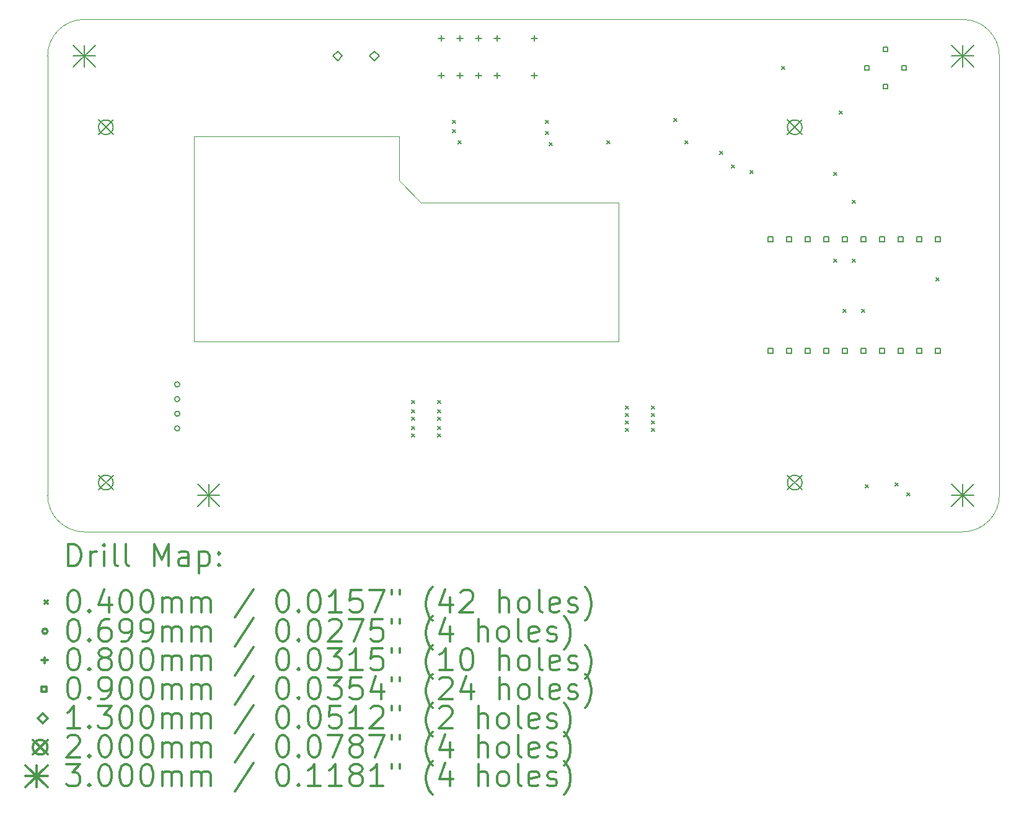
<source format=gbr>
%FSLAX45Y45*%
G04 Gerber Fmt 4.5, Leading zero omitted, Abs format (unit mm)*
G04 Created by KiCad (PCBNEW (5.1.10)-1) date 2021-10-31 21:23:59*
%MOMM*%
%LPD*%
G01*
G04 APERTURE LIST*
%TA.AperFunction,Profile*%
%ADD10C,0.050000*%
%TD*%
%ADD11C,0.200000*%
%ADD12C,0.300000*%
G04 APERTURE END LIST*
D10*
X13800000Y-6600000D02*
X11000000Y-6600000D01*
X13800000Y-7200000D02*
X13800000Y-6600000D01*
X14100000Y-7500000D02*
X13800000Y-7200000D01*
X16800000Y-7500000D02*
X14100000Y-7500000D01*
X16800000Y-9400000D02*
X16800000Y-7500000D01*
X11000000Y-9400000D02*
X16800000Y-9400000D01*
X11000000Y-6600000D02*
X11000000Y-9400000D01*
X21500000Y-5000000D02*
G75*
G02*
X22000000Y-5500000I0J-500000D01*
G01*
X22000000Y-11500000D02*
G75*
G02*
X21500000Y-12000000I-500000J0D01*
G01*
X9500000Y-12000000D02*
G75*
G02*
X9000000Y-11500000I0J500000D01*
G01*
X9000000Y-5500000D02*
G75*
G02*
X9500000Y-5000000I500000J0D01*
G01*
X9000000Y-11500000D02*
X9000000Y-5500000D01*
X21500000Y-12000000D02*
X9500000Y-12000000D01*
X22000000Y-5500000D02*
X22000000Y-11500000D01*
X9500000Y-5000000D02*
X21500000Y-5000000D01*
D11*
X13975400Y-10203500D02*
X14015400Y-10243500D01*
X14015400Y-10203500D02*
X13975400Y-10243500D01*
X13975400Y-10330500D02*
X14015400Y-10370500D01*
X14015400Y-10330500D02*
X13975400Y-10370500D01*
X13975400Y-10432100D02*
X14015400Y-10472100D01*
X14015400Y-10432100D02*
X13975400Y-10472100D01*
X13975400Y-10559100D02*
X14015400Y-10599100D01*
X14015400Y-10559100D02*
X13975400Y-10599100D01*
X13975400Y-10660700D02*
X14015400Y-10700700D01*
X14015400Y-10660700D02*
X13975400Y-10700700D01*
X14331000Y-10203500D02*
X14371000Y-10243500D01*
X14371000Y-10203500D02*
X14331000Y-10243500D01*
X14331000Y-10330500D02*
X14371000Y-10370500D01*
X14371000Y-10330500D02*
X14331000Y-10370500D01*
X14331000Y-10432100D02*
X14371000Y-10472100D01*
X14371000Y-10432100D02*
X14331000Y-10472100D01*
X14331000Y-10559100D02*
X14371000Y-10599100D01*
X14371000Y-10559100D02*
X14331000Y-10599100D01*
X14331000Y-10660700D02*
X14371000Y-10700700D01*
X14371000Y-10660700D02*
X14331000Y-10700700D01*
X14534200Y-6380800D02*
X14574200Y-6420800D01*
X14574200Y-6380800D02*
X14534200Y-6420800D01*
X14534200Y-6507800D02*
X14574200Y-6547800D01*
X14574200Y-6507800D02*
X14534200Y-6547800D01*
X14610400Y-6660200D02*
X14650400Y-6700200D01*
X14650400Y-6660200D02*
X14610400Y-6700200D01*
X15804200Y-6380800D02*
X15844200Y-6420800D01*
X15844200Y-6380800D02*
X15804200Y-6420800D01*
X15804200Y-6533200D02*
X15844200Y-6573200D01*
X15844200Y-6533200D02*
X15804200Y-6573200D01*
X15855000Y-6685600D02*
X15895000Y-6725600D01*
X15895000Y-6685600D02*
X15855000Y-6725600D01*
X16642400Y-6660200D02*
X16682400Y-6700200D01*
X16682400Y-6660200D02*
X16642400Y-6700200D01*
X16896400Y-10279700D02*
X16936400Y-10319700D01*
X16936400Y-10279700D02*
X16896400Y-10319700D01*
X16896400Y-10381300D02*
X16936400Y-10421300D01*
X16936400Y-10381300D02*
X16896400Y-10421300D01*
X16896400Y-10482900D02*
X16936400Y-10522900D01*
X16936400Y-10482900D02*
X16896400Y-10522900D01*
X16896400Y-10584500D02*
X16936400Y-10624500D01*
X16936400Y-10584500D02*
X16896400Y-10624500D01*
X17252000Y-10279700D02*
X17292000Y-10319700D01*
X17292000Y-10279700D02*
X17252000Y-10319700D01*
X17252000Y-10381300D02*
X17292000Y-10421300D01*
X17292000Y-10381300D02*
X17252000Y-10421300D01*
X17252000Y-10482900D02*
X17292000Y-10522900D01*
X17292000Y-10482900D02*
X17252000Y-10522900D01*
X17252000Y-10584500D02*
X17292000Y-10624500D01*
X17292000Y-10584500D02*
X17252000Y-10624500D01*
X17556800Y-6355400D02*
X17596800Y-6395400D01*
X17596800Y-6355400D02*
X17556800Y-6395400D01*
X17709200Y-6660200D02*
X17749200Y-6700200D01*
X17749200Y-6660200D02*
X17709200Y-6700200D01*
X18179100Y-6799900D02*
X18219100Y-6839900D01*
X18219100Y-6799900D02*
X18179100Y-6839900D01*
X18344200Y-6990400D02*
X18384200Y-7030400D01*
X18384200Y-6990400D02*
X18344200Y-7030400D01*
X18598200Y-7066600D02*
X18638200Y-7106600D01*
X18638200Y-7066600D02*
X18598200Y-7106600D01*
X19030000Y-5644200D02*
X19070000Y-5684200D01*
X19070000Y-5644200D02*
X19030000Y-5684200D01*
X19741200Y-8273100D02*
X19781200Y-8313100D01*
X19781200Y-8273100D02*
X19741200Y-8313100D01*
X19741200Y-7092000D02*
X19781200Y-7132000D01*
X19781200Y-7092000D02*
X19741200Y-7132000D01*
X19817400Y-6253800D02*
X19857400Y-6293800D01*
X19857400Y-6253800D02*
X19817400Y-6293800D01*
X19868200Y-8958900D02*
X19908200Y-8998900D01*
X19908200Y-8958900D02*
X19868200Y-8998900D01*
X19995200Y-7473000D02*
X20035200Y-7513000D01*
X20035200Y-7473000D02*
X19995200Y-7513000D01*
X19995200Y-8273100D02*
X20035200Y-8313100D01*
X20035200Y-8273100D02*
X19995200Y-8313100D01*
X20122200Y-8958900D02*
X20162200Y-8998900D01*
X20162200Y-8958900D02*
X20122200Y-8998900D01*
X20173000Y-11359200D02*
X20213000Y-11399200D01*
X20213000Y-11359200D02*
X20173000Y-11399200D01*
X20579400Y-11333800D02*
X20619400Y-11373800D01*
X20619400Y-11333800D02*
X20579400Y-11373800D01*
X20738800Y-11465800D02*
X20778800Y-11505800D01*
X20778800Y-11465800D02*
X20738800Y-11505800D01*
X21138200Y-8527100D02*
X21178200Y-8567100D01*
X21178200Y-8527100D02*
X21138200Y-8567100D01*
X10804525Y-9987026D02*
G75*
G03*
X10804525Y-9987026I-34925J0D01*
G01*
X10804525Y-10187178D02*
G75*
G03*
X10804525Y-10187178I-34925J0D01*
G01*
X10804525Y-10386822D02*
G75*
G03*
X10804525Y-10386822I-34925J0D01*
G01*
X10804525Y-10586974D02*
G75*
G03*
X10804525Y-10586974I-34925J0D01*
G01*
X14376400Y-5217800D02*
X14376400Y-5297800D01*
X14336400Y-5257800D02*
X14416400Y-5257800D01*
X14376400Y-5725800D02*
X14376400Y-5805800D01*
X14336400Y-5765800D02*
X14416400Y-5765800D01*
X14630400Y-5217800D02*
X14630400Y-5297800D01*
X14590400Y-5257800D02*
X14670400Y-5257800D01*
X14630400Y-5725800D02*
X14630400Y-5805800D01*
X14590400Y-5765800D02*
X14670400Y-5765800D01*
X14884400Y-5217800D02*
X14884400Y-5297800D01*
X14844400Y-5257800D02*
X14924400Y-5257800D01*
X14884400Y-5725800D02*
X14884400Y-5805800D01*
X14844400Y-5765800D02*
X14924400Y-5765800D01*
X15138400Y-5217800D02*
X15138400Y-5297800D01*
X15098400Y-5257800D02*
X15178400Y-5257800D01*
X15138400Y-5725800D02*
X15138400Y-5805800D01*
X15098400Y-5765800D02*
X15178400Y-5765800D01*
X15646400Y-5217800D02*
X15646400Y-5297800D01*
X15606400Y-5257800D02*
X15686400Y-5257800D01*
X15646400Y-5725800D02*
X15646400Y-5805800D01*
X15606400Y-5765800D02*
X15686400Y-5765800D01*
X18905220Y-8033920D02*
X18905220Y-7970280D01*
X18841580Y-7970280D01*
X18841580Y-8033920D01*
X18905220Y-8033920D01*
X18905220Y-9557920D02*
X18905220Y-9494280D01*
X18841580Y-9494280D01*
X18841580Y-9557920D01*
X18905220Y-9557920D01*
X19159220Y-8033920D02*
X19159220Y-7970280D01*
X19095580Y-7970280D01*
X19095580Y-8033920D01*
X19159220Y-8033920D01*
X19159220Y-9557920D02*
X19159220Y-9494280D01*
X19095580Y-9494280D01*
X19095580Y-9557920D01*
X19159220Y-9557920D01*
X19413220Y-8033920D02*
X19413220Y-7970280D01*
X19349580Y-7970280D01*
X19349580Y-8033920D01*
X19413220Y-8033920D01*
X19413220Y-9557920D02*
X19413220Y-9494280D01*
X19349580Y-9494280D01*
X19349580Y-9557920D01*
X19413220Y-9557920D01*
X19667220Y-8033920D02*
X19667220Y-7970280D01*
X19603580Y-7970280D01*
X19603580Y-8033920D01*
X19667220Y-8033920D01*
X19667220Y-9557920D02*
X19667220Y-9494280D01*
X19603580Y-9494280D01*
X19603580Y-9557920D01*
X19667220Y-9557920D01*
X19921220Y-8033920D02*
X19921220Y-7970280D01*
X19857580Y-7970280D01*
X19857580Y-8033920D01*
X19921220Y-8033920D01*
X19921220Y-9557920D02*
X19921220Y-9494280D01*
X19857580Y-9494280D01*
X19857580Y-9557920D01*
X19921220Y-9557920D01*
X20175220Y-8033920D02*
X20175220Y-7970280D01*
X20111580Y-7970280D01*
X20111580Y-8033920D01*
X20175220Y-8033920D01*
X20175220Y-9557920D02*
X20175220Y-9494280D01*
X20111580Y-9494280D01*
X20111580Y-9557920D01*
X20175220Y-9557920D01*
X20222820Y-5695820D02*
X20222820Y-5632180D01*
X20159180Y-5632180D01*
X20159180Y-5695820D01*
X20222820Y-5695820D01*
X20429220Y-8033920D02*
X20429220Y-7970280D01*
X20365580Y-7970280D01*
X20365580Y-8033920D01*
X20429220Y-8033920D01*
X20429220Y-9557920D02*
X20429220Y-9494280D01*
X20365580Y-9494280D01*
X20365580Y-9557920D01*
X20429220Y-9557920D01*
X20476820Y-5441820D02*
X20476820Y-5378180D01*
X20413180Y-5378180D01*
X20413180Y-5441820D01*
X20476820Y-5441820D01*
X20476820Y-5949820D02*
X20476820Y-5886180D01*
X20413180Y-5886180D01*
X20413180Y-5949820D01*
X20476820Y-5949820D01*
X20683220Y-8033920D02*
X20683220Y-7970280D01*
X20619580Y-7970280D01*
X20619580Y-8033920D01*
X20683220Y-8033920D01*
X20683220Y-9557920D02*
X20683220Y-9494280D01*
X20619580Y-9494280D01*
X20619580Y-9557920D01*
X20683220Y-9557920D01*
X20730820Y-5695820D02*
X20730820Y-5632180D01*
X20667180Y-5632180D01*
X20667180Y-5695820D01*
X20730820Y-5695820D01*
X20937220Y-8033920D02*
X20937220Y-7970280D01*
X20873580Y-7970280D01*
X20873580Y-8033920D01*
X20937220Y-8033920D01*
X20937220Y-9557920D02*
X20937220Y-9494280D01*
X20873580Y-9494280D01*
X20873580Y-9557920D01*
X20937220Y-9557920D01*
X21191220Y-8033920D02*
X21191220Y-7970280D01*
X21127580Y-7970280D01*
X21127580Y-8033920D01*
X21191220Y-8033920D01*
X21191220Y-9557920D02*
X21191220Y-9494280D01*
X21127580Y-9494280D01*
X21127580Y-9557920D01*
X21191220Y-9557920D01*
X12962000Y-5565000D02*
X13027000Y-5500000D01*
X12962000Y-5435000D01*
X12897000Y-5500000D01*
X12962000Y-5565000D01*
X13462000Y-5565000D02*
X13527000Y-5500000D01*
X13462000Y-5435000D01*
X13397000Y-5500000D01*
X13462000Y-5565000D01*
X9695000Y-6373000D02*
X9895000Y-6573000D01*
X9895000Y-6373000D02*
X9695000Y-6573000D01*
X9895000Y-6473000D02*
G75*
G03*
X9895000Y-6473000I-100000J0D01*
G01*
X9695000Y-11227000D02*
X9895000Y-11427000D01*
X9895000Y-11227000D02*
X9695000Y-11427000D01*
X9895000Y-11327000D02*
G75*
G03*
X9895000Y-11327000I-100000J0D01*
G01*
X19105000Y-6373000D02*
X19305000Y-6573000D01*
X19305000Y-6373000D02*
X19105000Y-6573000D01*
X19305000Y-6473000D02*
G75*
G03*
X19305000Y-6473000I-100000J0D01*
G01*
X19105000Y-11227000D02*
X19305000Y-11427000D01*
X19305000Y-11227000D02*
X19105000Y-11427000D01*
X19305000Y-11327000D02*
G75*
G03*
X19305000Y-11327000I-100000J0D01*
G01*
X9350000Y-5350000D02*
X9650000Y-5650000D01*
X9650000Y-5350000D02*
X9350000Y-5650000D01*
X9500000Y-5350000D02*
X9500000Y-5650000D01*
X9350000Y-5500000D02*
X9650000Y-5500000D01*
X11050000Y-11350000D02*
X11350000Y-11650000D01*
X11350000Y-11350000D02*
X11050000Y-11650000D01*
X11200000Y-11350000D02*
X11200000Y-11650000D01*
X11050000Y-11500000D02*
X11350000Y-11500000D01*
X21350000Y-5350000D02*
X21650000Y-5650000D01*
X21650000Y-5350000D02*
X21350000Y-5650000D01*
X21500000Y-5350000D02*
X21500000Y-5650000D01*
X21350000Y-5500000D02*
X21650000Y-5500000D01*
X21350000Y-11350000D02*
X21650000Y-11650000D01*
X21650000Y-11350000D02*
X21350000Y-11650000D01*
X21500000Y-11350000D02*
X21500000Y-11650000D01*
X21350000Y-11500000D02*
X21650000Y-11500000D01*
D12*
X9283928Y-12468214D02*
X9283928Y-12168214D01*
X9355357Y-12168214D01*
X9398214Y-12182500D01*
X9426786Y-12211071D01*
X9441071Y-12239643D01*
X9455357Y-12296786D01*
X9455357Y-12339643D01*
X9441071Y-12396786D01*
X9426786Y-12425357D01*
X9398214Y-12453929D01*
X9355357Y-12468214D01*
X9283928Y-12468214D01*
X9583928Y-12468214D02*
X9583928Y-12268214D01*
X9583928Y-12325357D02*
X9598214Y-12296786D01*
X9612500Y-12282500D01*
X9641071Y-12268214D01*
X9669643Y-12268214D01*
X9769643Y-12468214D02*
X9769643Y-12268214D01*
X9769643Y-12168214D02*
X9755357Y-12182500D01*
X9769643Y-12196786D01*
X9783928Y-12182500D01*
X9769643Y-12168214D01*
X9769643Y-12196786D01*
X9955357Y-12468214D02*
X9926786Y-12453929D01*
X9912500Y-12425357D01*
X9912500Y-12168214D01*
X10112500Y-12468214D02*
X10083928Y-12453929D01*
X10069643Y-12425357D01*
X10069643Y-12168214D01*
X10455357Y-12468214D02*
X10455357Y-12168214D01*
X10555357Y-12382500D01*
X10655357Y-12168214D01*
X10655357Y-12468214D01*
X10926786Y-12468214D02*
X10926786Y-12311071D01*
X10912500Y-12282500D01*
X10883928Y-12268214D01*
X10826786Y-12268214D01*
X10798214Y-12282500D01*
X10926786Y-12453929D02*
X10898214Y-12468214D01*
X10826786Y-12468214D01*
X10798214Y-12453929D01*
X10783928Y-12425357D01*
X10783928Y-12396786D01*
X10798214Y-12368214D01*
X10826786Y-12353929D01*
X10898214Y-12353929D01*
X10926786Y-12339643D01*
X11069643Y-12268214D02*
X11069643Y-12568214D01*
X11069643Y-12282500D02*
X11098214Y-12268214D01*
X11155357Y-12268214D01*
X11183928Y-12282500D01*
X11198214Y-12296786D01*
X11212500Y-12325357D01*
X11212500Y-12411071D01*
X11198214Y-12439643D01*
X11183928Y-12453929D01*
X11155357Y-12468214D01*
X11098214Y-12468214D01*
X11069643Y-12453929D01*
X11341071Y-12439643D02*
X11355357Y-12453929D01*
X11341071Y-12468214D01*
X11326786Y-12453929D01*
X11341071Y-12439643D01*
X11341071Y-12468214D01*
X11341071Y-12282500D02*
X11355357Y-12296786D01*
X11341071Y-12311071D01*
X11326786Y-12296786D01*
X11341071Y-12282500D01*
X11341071Y-12311071D01*
X8957500Y-12942500D02*
X8997500Y-12982500D01*
X8997500Y-12942500D02*
X8957500Y-12982500D01*
X9341071Y-12798214D02*
X9369643Y-12798214D01*
X9398214Y-12812500D01*
X9412500Y-12826786D01*
X9426786Y-12855357D01*
X9441071Y-12912500D01*
X9441071Y-12983929D01*
X9426786Y-13041071D01*
X9412500Y-13069643D01*
X9398214Y-13083929D01*
X9369643Y-13098214D01*
X9341071Y-13098214D01*
X9312500Y-13083929D01*
X9298214Y-13069643D01*
X9283928Y-13041071D01*
X9269643Y-12983929D01*
X9269643Y-12912500D01*
X9283928Y-12855357D01*
X9298214Y-12826786D01*
X9312500Y-12812500D01*
X9341071Y-12798214D01*
X9569643Y-13069643D02*
X9583928Y-13083929D01*
X9569643Y-13098214D01*
X9555357Y-13083929D01*
X9569643Y-13069643D01*
X9569643Y-13098214D01*
X9841071Y-12898214D02*
X9841071Y-13098214D01*
X9769643Y-12783929D02*
X9698214Y-12998214D01*
X9883928Y-12998214D01*
X10055357Y-12798214D02*
X10083928Y-12798214D01*
X10112500Y-12812500D01*
X10126786Y-12826786D01*
X10141071Y-12855357D01*
X10155357Y-12912500D01*
X10155357Y-12983929D01*
X10141071Y-13041071D01*
X10126786Y-13069643D01*
X10112500Y-13083929D01*
X10083928Y-13098214D01*
X10055357Y-13098214D01*
X10026786Y-13083929D01*
X10012500Y-13069643D01*
X9998214Y-13041071D01*
X9983928Y-12983929D01*
X9983928Y-12912500D01*
X9998214Y-12855357D01*
X10012500Y-12826786D01*
X10026786Y-12812500D01*
X10055357Y-12798214D01*
X10341071Y-12798214D02*
X10369643Y-12798214D01*
X10398214Y-12812500D01*
X10412500Y-12826786D01*
X10426786Y-12855357D01*
X10441071Y-12912500D01*
X10441071Y-12983929D01*
X10426786Y-13041071D01*
X10412500Y-13069643D01*
X10398214Y-13083929D01*
X10369643Y-13098214D01*
X10341071Y-13098214D01*
X10312500Y-13083929D01*
X10298214Y-13069643D01*
X10283928Y-13041071D01*
X10269643Y-12983929D01*
X10269643Y-12912500D01*
X10283928Y-12855357D01*
X10298214Y-12826786D01*
X10312500Y-12812500D01*
X10341071Y-12798214D01*
X10569643Y-13098214D02*
X10569643Y-12898214D01*
X10569643Y-12926786D02*
X10583928Y-12912500D01*
X10612500Y-12898214D01*
X10655357Y-12898214D01*
X10683928Y-12912500D01*
X10698214Y-12941071D01*
X10698214Y-13098214D01*
X10698214Y-12941071D02*
X10712500Y-12912500D01*
X10741071Y-12898214D01*
X10783928Y-12898214D01*
X10812500Y-12912500D01*
X10826786Y-12941071D01*
X10826786Y-13098214D01*
X10969643Y-13098214D02*
X10969643Y-12898214D01*
X10969643Y-12926786D02*
X10983928Y-12912500D01*
X11012500Y-12898214D01*
X11055357Y-12898214D01*
X11083928Y-12912500D01*
X11098214Y-12941071D01*
X11098214Y-13098214D01*
X11098214Y-12941071D02*
X11112500Y-12912500D01*
X11141071Y-12898214D01*
X11183928Y-12898214D01*
X11212500Y-12912500D01*
X11226786Y-12941071D01*
X11226786Y-13098214D01*
X11812500Y-12783929D02*
X11555357Y-13169643D01*
X12198214Y-12798214D02*
X12226786Y-12798214D01*
X12255357Y-12812500D01*
X12269643Y-12826786D01*
X12283928Y-12855357D01*
X12298214Y-12912500D01*
X12298214Y-12983929D01*
X12283928Y-13041071D01*
X12269643Y-13069643D01*
X12255357Y-13083929D01*
X12226786Y-13098214D01*
X12198214Y-13098214D01*
X12169643Y-13083929D01*
X12155357Y-13069643D01*
X12141071Y-13041071D01*
X12126786Y-12983929D01*
X12126786Y-12912500D01*
X12141071Y-12855357D01*
X12155357Y-12826786D01*
X12169643Y-12812500D01*
X12198214Y-12798214D01*
X12426786Y-13069643D02*
X12441071Y-13083929D01*
X12426786Y-13098214D01*
X12412500Y-13083929D01*
X12426786Y-13069643D01*
X12426786Y-13098214D01*
X12626786Y-12798214D02*
X12655357Y-12798214D01*
X12683928Y-12812500D01*
X12698214Y-12826786D01*
X12712500Y-12855357D01*
X12726786Y-12912500D01*
X12726786Y-12983929D01*
X12712500Y-13041071D01*
X12698214Y-13069643D01*
X12683928Y-13083929D01*
X12655357Y-13098214D01*
X12626786Y-13098214D01*
X12598214Y-13083929D01*
X12583928Y-13069643D01*
X12569643Y-13041071D01*
X12555357Y-12983929D01*
X12555357Y-12912500D01*
X12569643Y-12855357D01*
X12583928Y-12826786D01*
X12598214Y-12812500D01*
X12626786Y-12798214D01*
X13012500Y-13098214D02*
X12841071Y-13098214D01*
X12926786Y-13098214D02*
X12926786Y-12798214D01*
X12898214Y-12841071D01*
X12869643Y-12869643D01*
X12841071Y-12883929D01*
X13283928Y-12798214D02*
X13141071Y-12798214D01*
X13126786Y-12941071D01*
X13141071Y-12926786D01*
X13169643Y-12912500D01*
X13241071Y-12912500D01*
X13269643Y-12926786D01*
X13283928Y-12941071D01*
X13298214Y-12969643D01*
X13298214Y-13041071D01*
X13283928Y-13069643D01*
X13269643Y-13083929D01*
X13241071Y-13098214D01*
X13169643Y-13098214D01*
X13141071Y-13083929D01*
X13126786Y-13069643D01*
X13398214Y-12798214D02*
X13598214Y-12798214D01*
X13469643Y-13098214D01*
X13698214Y-12798214D02*
X13698214Y-12855357D01*
X13812500Y-12798214D02*
X13812500Y-12855357D01*
X14255357Y-13212500D02*
X14241071Y-13198214D01*
X14212500Y-13155357D01*
X14198214Y-13126786D01*
X14183928Y-13083929D01*
X14169643Y-13012500D01*
X14169643Y-12955357D01*
X14183928Y-12883929D01*
X14198214Y-12841071D01*
X14212500Y-12812500D01*
X14241071Y-12769643D01*
X14255357Y-12755357D01*
X14498214Y-12898214D02*
X14498214Y-13098214D01*
X14426786Y-12783929D02*
X14355357Y-12998214D01*
X14541071Y-12998214D01*
X14641071Y-12826786D02*
X14655357Y-12812500D01*
X14683928Y-12798214D01*
X14755357Y-12798214D01*
X14783928Y-12812500D01*
X14798214Y-12826786D01*
X14812500Y-12855357D01*
X14812500Y-12883929D01*
X14798214Y-12926786D01*
X14626786Y-13098214D01*
X14812500Y-13098214D01*
X15169643Y-13098214D02*
X15169643Y-12798214D01*
X15298214Y-13098214D02*
X15298214Y-12941071D01*
X15283928Y-12912500D01*
X15255357Y-12898214D01*
X15212500Y-12898214D01*
X15183928Y-12912500D01*
X15169643Y-12926786D01*
X15483928Y-13098214D02*
X15455357Y-13083929D01*
X15441071Y-13069643D01*
X15426786Y-13041071D01*
X15426786Y-12955357D01*
X15441071Y-12926786D01*
X15455357Y-12912500D01*
X15483928Y-12898214D01*
X15526786Y-12898214D01*
X15555357Y-12912500D01*
X15569643Y-12926786D01*
X15583928Y-12955357D01*
X15583928Y-13041071D01*
X15569643Y-13069643D01*
X15555357Y-13083929D01*
X15526786Y-13098214D01*
X15483928Y-13098214D01*
X15755357Y-13098214D02*
X15726786Y-13083929D01*
X15712500Y-13055357D01*
X15712500Y-12798214D01*
X15983928Y-13083929D02*
X15955357Y-13098214D01*
X15898214Y-13098214D01*
X15869643Y-13083929D01*
X15855357Y-13055357D01*
X15855357Y-12941071D01*
X15869643Y-12912500D01*
X15898214Y-12898214D01*
X15955357Y-12898214D01*
X15983928Y-12912500D01*
X15998214Y-12941071D01*
X15998214Y-12969643D01*
X15855357Y-12998214D01*
X16112500Y-13083929D02*
X16141071Y-13098214D01*
X16198214Y-13098214D01*
X16226786Y-13083929D01*
X16241071Y-13055357D01*
X16241071Y-13041071D01*
X16226786Y-13012500D01*
X16198214Y-12998214D01*
X16155357Y-12998214D01*
X16126786Y-12983929D01*
X16112500Y-12955357D01*
X16112500Y-12941071D01*
X16126786Y-12912500D01*
X16155357Y-12898214D01*
X16198214Y-12898214D01*
X16226786Y-12912500D01*
X16341071Y-13212500D02*
X16355357Y-13198214D01*
X16383928Y-13155357D01*
X16398214Y-13126786D01*
X16412500Y-13083929D01*
X16426786Y-13012500D01*
X16426786Y-12955357D01*
X16412500Y-12883929D01*
X16398214Y-12841071D01*
X16383928Y-12812500D01*
X16355357Y-12769643D01*
X16341071Y-12755357D01*
X8997500Y-13358500D02*
G75*
G03*
X8997500Y-13358500I-34925J0D01*
G01*
X9341071Y-13194214D02*
X9369643Y-13194214D01*
X9398214Y-13208500D01*
X9412500Y-13222786D01*
X9426786Y-13251357D01*
X9441071Y-13308500D01*
X9441071Y-13379929D01*
X9426786Y-13437071D01*
X9412500Y-13465643D01*
X9398214Y-13479929D01*
X9369643Y-13494214D01*
X9341071Y-13494214D01*
X9312500Y-13479929D01*
X9298214Y-13465643D01*
X9283928Y-13437071D01*
X9269643Y-13379929D01*
X9269643Y-13308500D01*
X9283928Y-13251357D01*
X9298214Y-13222786D01*
X9312500Y-13208500D01*
X9341071Y-13194214D01*
X9569643Y-13465643D02*
X9583928Y-13479929D01*
X9569643Y-13494214D01*
X9555357Y-13479929D01*
X9569643Y-13465643D01*
X9569643Y-13494214D01*
X9841071Y-13194214D02*
X9783928Y-13194214D01*
X9755357Y-13208500D01*
X9741071Y-13222786D01*
X9712500Y-13265643D01*
X9698214Y-13322786D01*
X9698214Y-13437071D01*
X9712500Y-13465643D01*
X9726786Y-13479929D01*
X9755357Y-13494214D01*
X9812500Y-13494214D01*
X9841071Y-13479929D01*
X9855357Y-13465643D01*
X9869643Y-13437071D01*
X9869643Y-13365643D01*
X9855357Y-13337071D01*
X9841071Y-13322786D01*
X9812500Y-13308500D01*
X9755357Y-13308500D01*
X9726786Y-13322786D01*
X9712500Y-13337071D01*
X9698214Y-13365643D01*
X10012500Y-13494214D02*
X10069643Y-13494214D01*
X10098214Y-13479929D01*
X10112500Y-13465643D01*
X10141071Y-13422786D01*
X10155357Y-13365643D01*
X10155357Y-13251357D01*
X10141071Y-13222786D01*
X10126786Y-13208500D01*
X10098214Y-13194214D01*
X10041071Y-13194214D01*
X10012500Y-13208500D01*
X9998214Y-13222786D01*
X9983928Y-13251357D01*
X9983928Y-13322786D01*
X9998214Y-13351357D01*
X10012500Y-13365643D01*
X10041071Y-13379929D01*
X10098214Y-13379929D01*
X10126786Y-13365643D01*
X10141071Y-13351357D01*
X10155357Y-13322786D01*
X10298214Y-13494214D02*
X10355357Y-13494214D01*
X10383928Y-13479929D01*
X10398214Y-13465643D01*
X10426786Y-13422786D01*
X10441071Y-13365643D01*
X10441071Y-13251357D01*
X10426786Y-13222786D01*
X10412500Y-13208500D01*
X10383928Y-13194214D01*
X10326786Y-13194214D01*
X10298214Y-13208500D01*
X10283928Y-13222786D01*
X10269643Y-13251357D01*
X10269643Y-13322786D01*
X10283928Y-13351357D01*
X10298214Y-13365643D01*
X10326786Y-13379929D01*
X10383928Y-13379929D01*
X10412500Y-13365643D01*
X10426786Y-13351357D01*
X10441071Y-13322786D01*
X10569643Y-13494214D02*
X10569643Y-13294214D01*
X10569643Y-13322786D02*
X10583928Y-13308500D01*
X10612500Y-13294214D01*
X10655357Y-13294214D01*
X10683928Y-13308500D01*
X10698214Y-13337071D01*
X10698214Y-13494214D01*
X10698214Y-13337071D02*
X10712500Y-13308500D01*
X10741071Y-13294214D01*
X10783928Y-13294214D01*
X10812500Y-13308500D01*
X10826786Y-13337071D01*
X10826786Y-13494214D01*
X10969643Y-13494214D02*
X10969643Y-13294214D01*
X10969643Y-13322786D02*
X10983928Y-13308500D01*
X11012500Y-13294214D01*
X11055357Y-13294214D01*
X11083928Y-13308500D01*
X11098214Y-13337071D01*
X11098214Y-13494214D01*
X11098214Y-13337071D02*
X11112500Y-13308500D01*
X11141071Y-13294214D01*
X11183928Y-13294214D01*
X11212500Y-13308500D01*
X11226786Y-13337071D01*
X11226786Y-13494214D01*
X11812500Y-13179929D02*
X11555357Y-13565643D01*
X12198214Y-13194214D02*
X12226786Y-13194214D01*
X12255357Y-13208500D01*
X12269643Y-13222786D01*
X12283928Y-13251357D01*
X12298214Y-13308500D01*
X12298214Y-13379929D01*
X12283928Y-13437071D01*
X12269643Y-13465643D01*
X12255357Y-13479929D01*
X12226786Y-13494214D01*
X12198214Y-13494214D01*
X12169643Y-13479929D01*
X12155357Y-13465643D01*
X12141071Y-13437071D01*
X12126786Y-13379929D01*
X12126786Y-13308500D01*
X12141071Y-13251357D01*
X12155357Y-13222786D01*
X12169643Y-13208500D01*
X12198214Y-13194214D01*
X12426786Y-13465643D02*
X12441071Y-13479929D01*
X12426786Y-13494214D01*
X12412500Y-13479929D01*
X12426786Y-13465643D01*
X12426786Y-13494214D01*
X12626786Y-13194214D02*
X12655357Y-13194214D01*
X12683928Y-13208500D01*
X12698214Y-13222786D01*
X12712500Y-13251357D01*
X12726786Y-13308500D01*
X12726786Y-13379929D01*
X12712500Y-13437071D01*
X12698214Y-13465643D01*
X12683928Y-13479929D01*
X12655357Y-13494214D01*
X12626786Y-13494214D01*
X12598214Y-13479929D01*
X12583928Y-13465643D01*
X12569643Y-13437071D01*
X12555357Y-13379929D01*
X12555357Y-13308500D01*
X12569643Y-13251357D01*
X12583928Y-13222786D01*
X12598214Y-13208500D01*
X12626786Y-13194214D01*
X12841071Y-13222786D02*
X12855357Y-13208500D01*
X12883928Y-13194214D01*
X12955357Y-13194214D01*
X12983928Y-13208500D01*
X12998214Y-13222786D01*
X13012500Y-13251357D01*
X13012500Y-13279929D01*
X12998214Y-13322786D01*
X12826786Y-13494214D01*
X13012500Y-13494214D01*
X13112500Y-13194214D02*
X13312500Y-13194214D01*
X13183928Y-13494214D01*
X13569643Y-13194214D02*
X13426786Y-13194214D01*
X13412500Y-13337071D01*
X13426786Y-13322786D01*
X13455357Y-13308500D01*
X13526786Y-13308500D01*
X13555357Y-13322786D01*
X13569643Y-13337071D01*
X13583928Y-13365643D01*
X13583928Y-13437071D01*
X13569643Y-13465643D01*
X13555357Y-13479929D01*
X13526786Y-13494214D01*
X13455357Y-13494214D01*
X13426786Y-13479929D01*
X13412500Y-13465643D01*
X13698214Y-13194214D02*
X13698214Y-13251357D01*
X13812500Y-13194214D02*
X13812500Y-13251357D01*
X14255357Y-13608500D02*
X14241071Y-13594214D01*
X14212500Y-13551357D01*
X14198214Y-13522786D01*
X14183928Y-13479929D01*
X14169643Y-13408500D01*
X14169643Y-13351357D01*
X14183928Y-13279929D01*
X14198214Y-13237071D01*
X14212500Y-13208500D01*
X14241071Y-13165643D01*
X14255357Y-13151357D01*
X14498214Y-13294214D02*
X14498214Y-13494214D01*
X14426786Y-13179929D02*
X14355357Y-13394214D01*
X14541071Y-13394214D01*
X14883928Y-13494214D02*
X14883928Y-13194214D01*
X15012500Y-13494214D02*
X15012500Y-13337071D01*
X14998214Y-13308500D01*
X14969643Y-13294214D01*
X14926786Y-13294214D01*
X14898214Y-13308500D01*
X14883928Y-13322786D01*
X15198214Y-13494214D02*
X15169643Y-13479929D01*
X15155357Y-13465643D01*
X15141071Y-13437071D01*
X15141071Y-13351357D01*
X15155357Y-13322786D01*
X15169643Y-13308500D01*
X15198214Y-13294214D01*
X15241071Y-13294214D01*
X15269643Y-13308500D01*
X15283928Y-13322786D01*
X15298214Y-13351357D01*
X15298214Y-13437071D01*
X15283928Y-13465643D01*
X15269643Y-13479929D01*
X15241071Y-13494214D01*
X15198214Y-13494214D01*
X15469643Y-13494214D02*
X15441071Y-13479929D01*
X15426786Y-13451357D01*
X15426786Y-13194214D01*
X15698214Y-13479929D02*
X15669643Y-13494214D01*
X15612500Y-13494214D01*
X15583928Y-13479929D01*
X15569643Y-13451357D01*
X15569643Y-13337071D01*
X15583928Y-13308500D01*
X15612500Y-13294214D01*
X15669643Y-13294214D01*
X15698214Y-13308500D01*
X15712500Y-13337071D01*
X15712500Y-13365643D01*
X15569643Y-13394214D01*
X15826786Y-13479929D02*
X15855357Y-13494214D01*
X15912500Y-13494214D01*
X15941071Y-13479929D01*
X15955357Y-13451357D01*
X15955357Y-13437071D01*
X15941071Y-13408500D01*
X15912500Y-13394214D01*
X15869643Y-13394214D01*
X15841071Y-13379929D01*
X15826786Y-13351357D01*
X15826786Y-13337071D01*
X15841071Y-13308500D01*
X15869643Y-13294214D01*
X15912500Y-13294214D01*
X15941071Y-13308500D01*
X16055357Y-13608500D02*
X16069643Y-13594214D01*
X16098214Y-13551357D01*
X16112500Y-13522786D01*
X16126786Y-13479929D01*
X16141071Y-13408500D01*
X16141071Y-13351357D01*
X16126786Y-13279929D01*
X16112500Y-13237071D01*
X16098214Y-13208500D01*
X16069643Y-13165643D01*
X16055357Y-13151357D01*
X8957500Y-13714500D02*
X8957500Y-13794500D01*
X8917500Y-13754500D02*
X8997500Y-13754500D01*
X9341071Y-13590214D02*
X9369643Y-13590214D01*
X9398214Y-13604500D01*
X9412500Y-13618786D01*
X9426786Y-13647357D01*
X9441071Y-13704500D01*
X9441071Y-13775929D01*
X9426786Y-13833071D01*
X9412500Y-13861643D01*
X9398214Y-13875929D01*
X9369643Y-13890214D01*
X9341071Y-13890214D01*
X9312500Y-13875929D01*
X9298214Y-13861643D01*
X9283928Y-13833071D01*
X9269643Y-13775929D01*
X9269643Y-13704500D01*
X9283928Y-13647357D01*
X9298214Y-13618786D01*
X9312500Y-13604500D01*
X9341071Y-13590214D01*
X9569643Y-13861643D02*
X9583928Y-13875929D01*
X9569643Y-13890214D01*
X9555357Y-13875929D01*
X9569643Y-13861643D01*
X9569643Y-13890214D01*
X9755357Y-13718786D02*
X9726786Y-13704500D01*
X9712500Y-13690214D01*
X9698214Y-13661643D01*
X9698214Y-13647357D01*
X9712500Y-13618786D01*
X9726786Y-13604500D01*
X9755357Y-13590214D01*
X9812500Y-13590214D01*
X9841071Y-13604500D01*
X9855357Y-13618786D01*
X9869643Y-13647357D01*
X9869643Y-13661643D01*
X9855357Y-13690214D01*
X9841071Y-13704500D01*
X9812500Y-13718786D01*
X9755357Y-13718786D01*
X9726786Y-13733071D01*
X9712500Y-13747357D01*
X9698214Y-13775929D01*
X9698214Y-13833071D01*
X9712500Y-13861643D01*
X9726786Y-13875929D01*
X9755357Y-13890214D01*
X9812500Y-13890214D01*
X9841071Y-13875929D01*
X9855357Y-13861643D01*
X9869643Y-13833071D01*
X9869643Y-13775929D01*
X9855357Y-13747357D01*
X9841071Y-13733071D01*
X9812500Y-13718786D01*
X10055357Y-13590214D02*
X10083928Y-13590214D01*
X10112500Y-13604500D01*
X10126786Y-13618786D01*
X10141071Y-13647357D01*
X10155357Y-13704500D01*
X10155357Y-13775929D01*
X10141071Y-13833071D01*
X10126786Y-13861643D01*
X10112500Y-13875929D01*
X10083928Y-13890214D01*
X10055357Y-13890214D01*
X10026786Y-13875929D01*
X10012500Y-13861643D01*
X9998214Y-13833071D01*
X9983928Y-13775929D01*
X9983928Y-13704500D01*
X9998214Y-13647357D01*
X10012500Y-13618786D01*
X10026786Y-13604500D01*
X10055357Y-13590214D01*
X10341071Y-13590214D02*
X10369643Y-13590214D01*
X10398214Y-13604500D01*
X10412500Y-13618786D01*
X10426786Y-13647357D01*
X10441071Y-13704500D01*
X10441071Y-13775929D01*
X10426786Y-13833071D01*
X10412500Y-13861643D01*
X10398214Y-13875929D01*
X10369643Y-13890214D01*
X10341071Y-13890214D01*
X10312500Y-13875929D01*
X10298214Y-13861643D01*
X10283928Y-13833071D01*
X10269643Y-13775929D01*
X10269643Y-13704500D01*
X10283928Y-13647357D01*
X10298214Y-13618786D01*
X10312500Y-13604500D01*
X10341071Y-13590214D01*
X10569643Y-13890214D02*
X10569643Y-13690214D01*
X10569643Y-13718786D02*
X10583928Y-13704500D01*
X10612500Y-13690214D01*
X10655357Y-13690214D01*
X10683928Y-13704500D01*
X10698214Y-13733071D01*
X10698214Y-13890214D01*
X10698214Y-13733071D02*
X10712500Y-13704500D01*
X10741071Y-13690214D01*
X10783928Y-13690214D01*
X10812500Y-13704500D01*
X10826786Y-13733071D01*
X10826786Y-13890214D01*
X10969643Y-13890214D02*
X10969643Y-13690214D01*
X10969643Y-13718786D02*
X10983928Y-13704500D01*
X11012500Y-13690214D01*
X11055357Y-13690214D01*
X11083928Y-13704500D01*
X11098214Y-13733071D01*
X11098214Y-13890214D01*
X11098214Y-13733071D02*
X11112500Y-13704500D01*
X11141071Y-13690214D01*
X11183928Y-13690214D01*
X11212500Y-13704500D01*
X11226786Y-13733071D01*
X11226786Y-13890214D01*
X11812500Y-13575929D02*
X11555357Y-13961643D01*
X12198214Y-13590214D02*
X12226786Y-13590214D01*
X12255357Y-13604500D01*
X12269643Y-13618786D01*
X12283928Y-13647357D01*
X12298214Y-13704500D01*
X12298214Y-13775929D01*
X12283928Y-13833071D01*
X12269643Y-13861643D01*
X12255357Y-13875929D01*
X12226786Y-13890214D01*
X12198214Y-13890214D01*
X12169643Y-13875929D01*
X12155357Y-13861643D01*
X12141071Y-13833071D01*
X12126786Y-13775929D01*
X12126786Y-13704500D01*
X12141071Y-13647357D01*
X12155357Y-13618786D01*
X12169643Y-13604500D01*
X12198214Y-13590214D01*
X12426786Y-13861643D02*
X12441071Y-13875929D01*
X12426786Y-13890214D01*
X12412500Y-13875929D01*
X12426786Y-13861643D01*
X12426786Y-13890214D01*
X12626786Y-13590214D02*
X12655357Y-13590214D01*
X12683928Y-13604500D01*
X12698214Y-13618786D01*
X12712500Y-13647357D01*
X12726786Y-13704500D01*
X12726786Y-13775929D01*
X12712500Y-13833071D01*
X12698214Y-13861643D01*
X12683928Y-13875929D01*
X12655357Y-13890214D01*
X12626786Y-13890214D01*
X12598214Y-13875929D01*
X12583928Y-13861643D01*
X12569643Y-13833071D01*
X12555357Y-13775929D01*
X12555357Y-13704500D01*
X12569643Y-13647357D01*
X12583928Y-13618786D01*
X12598214Y-13604500D01*
X12626786Y-13590214D01*
X12826786Y-13590214D02*
X13012500Y-13590214D01*
X12912500Y-13704500D01*
X12955357Y-13704500D01*
X12983928Y-13718786D01*
X12998214Y-13733071D01*
X13012500Y-13761643D01*
X13012500Y-13833071D01*
X12998214Y-13861643D01*
X12983928Y-13875929D01*
X12955357Y-13890214D01*
X12869643Y-13890214D01*
X12841071Y-13875929D01*
X12826786Y-13861643D01*
X13298214Y-13890214D02*
X13126786Y-13890214D01*
X13212500Y-13890214D02*
X13212500Y-13590214D01*
X13183928Y-13633071D01*
X13155357Y-13661643D01*
X13126786Y-13675929D01*
X13569643Y-13590214D02*
X13426786Y-13590214D01*
X13412500Y-13733071D01*
X13426786Y-13718786D01*
X13455357Y-13704500D01*
X13526786Y-13704500D01*
X13555357Y-13718786D01*
X13569643Y-13733071D01*
X13583928Y-13761643D01*
X13583928Y-13833071D01*
X13569643Y-13861643D01*
X13555357Y-13875929D01*
X13526786Y-13890214D01*
X13455357Y-13890214D01*
X13426786Y-13875929D01*
X13412500Y-13861643D01*
X13698214Y-13590214D02*
X13698214Y-13647357D01*
X13812500Y-13590214D02*
X13812500Y-13647357D01*
X14255357Y-14004500D02*
X14241071Y-13990214D01*
X14212500Y-13947357D01*
X14198214Y-13918786D01*
X14183928Y-13875929D01*
X14169643Y-13804500D01*
X14169643Y-13747357D01*
X14183928Y-13675929D01*
X14198214Y-13633071D01*
X14212500Y-13604500D01*
X14241071Y-13561643D01*
X14255357Y-13547357D01*
X14526786Y-13890214D02*
X14355357Y-13890214D01*
X14441071Y-13890214D02*
X14441071Y-13590214D01*
X14412500Y-13633071D01*
X14383928Y-13661643D01*
X14355357Y-13675929D01*
X14712500Y-13590214D02*
X14741071Y-13590214D01*
X14769643Y-13604500D01*
X14783928Y-13618786D01*
X14798214Y-13647357D01*
X14812500Y-13704500D01*
X14812500Y-13775929D01*
X14798214Y-13833071D01*
X14783928Y-13861643D01*
X14769643Y-13875929D01*
X14741071Y-13890214D01*
X14712500Y-13890214D01*
X14683928Y-13875929D01*
X14669643Y-13861643D01*
X14655357Y-13833071D01*
X14641071Y-13775929D01*
X14641071Y-13704500D01*
X14655357Y-13647357D01*
X14669643Y-13618786D01*
X14683928Y-13604500D01*
X14712500Y-13590214D01*
X15169643Y-13890214D02*
X15169643Y-13590214D01*
X15298214Y-13890214D02*
X15298214Y-13733071D01*
X15283928Y-13704500D01*
X15255357Y-13690214D01*
X15212500Y-13690214D01*
X15183928Y-13704500D01*
X15169643Y-13718786D01*
X15483928Y-13890214D02*
X15455357Y-13875929D01*
X15441071Y-13861643D01*
X15426786Y-13833071D01*
X15426786Y-13747357D01*
X15441071Y-13718786D01*
X15455357Y-13704500D01*
X15483928Y-13690214D01*
X15526786Y-13690214D01*
X15555357Y-13704500D01*
X15569643Y-13718786D01*
X15583928Y-13747357D01*
X15583928Y-13833071D01*
X15569643Y-13861643D01*
X15555357Y-13875929D01*
X15526786Y-13890214D01*
X15483928Y-13890214D01*
X15755357Y-13890214D02*
X15726786Y-13875929D01*
X15712500Y-13847357D01*
X15712500Y-13590214D01*
X15983928Y-13875929D02*
X15955357Y-13890214D01*
X15898214Y-13890214D01*
X15869643Y-13875929D01*
X15855357Y-13847357D01*
X15855357Y-13733071D01*
X15869643Y-13704500D01*
X15898214Y-13690214D01*
X15955357Y-13690214D01*
X15983928Y-13704500D01*
X15998214Y-13733071D01*
X15998214Y-13761643D01*
X15855357Y-13790214D01*
X16112500Y-13875929D02*
X16141071Y-13890214D01*
X16198214Y-13890214D01*
X16226786Y-13875929D01*
X16241071Y-13847357D01*
X16241071Y-13833071D01*
X16226786Y-13804500D01*
X16198214Y-13790214D01*
X16155357Y-13790214D01*
X16126786Y-13775929D01*
X16112500Y-13747357D01*
X16112500Y-13733071D01*
X16126786Y-13704500D01*
X16155357Y-13690214D01*
X16198214Y-13690214D01*
X16226786Y-13704500D01*
X16341071Y-14004500D02*
X16355357Y-13990214D01*
X16383928Y-13947357D01*
X16398214Y-13918786D01*
X16412500Y-13875929D01*
X16426786Y-13804500D01*
X16426786Y-13747357D01*
X16412500Y-13675929D01*
X16398214Y-13633071D01*
X16383928Y-13604500D01*
X16355357Y-13561643D01*
X16341071Y-13547357D01*
X8984320Y-14182320D02*
X8984320Y-14118680D01*
X8920680Y-14118680D01*
X8920680Y-14182320D01*
X8984320Y-14182320D01*
X9341071Y-13986214D02*
X9369643Y-13986214D01*
X9398214Y-14000500D01*
X9412500Y-14014786D01*
X9426786Y-14043357D01*
X9441071Y-14100500D01*
X9441071Y-14171929D01*
X9426786Y-14229071D01*
X9412500Y-14257643D01*
X9398214Y-14271929D01*
X9369643Y-14286214D01*
X9341071Y-14286214D01*
X9312500Y-14271929D01*
X9298214Y-14257643D01*
X9283928Y-14229071D01*
X9269643Y-14171929D01*
X9269643Y-14100500D01*
X9283928Y-14043357D01*
X9298214Y-14014786D01*
X9312500Y-14000500D01*
X9341071Y-13986214D01*
X9569643Y-14257643D02*
X9583928Y-14271929D01*
X9569643Y-14286214D01*
X9555357Y-14271929D01*
X9569643Y-14257643D01*
X9569643Y-14286214D01*
X9726786Y-14286214D02*
X9783928Y-14286214D01*
X9812500Y-14271929D01*
X9826786Y-14257643D01*
X9855357Y-14214786D01*
X9869643Y-14157643D01*
X9869643Y-14043357D01*
X9855357Y-14014786D01*
X9841071Y-14000500D01*
X9812500Y-13986214D01*
X9755357Y-13986214D01*
X9726786Y-14000500D01*
X9712500Y-14014786D01*
X9698214Y-14043357D01*
X9698214Y-14114786D01*
X9712500Y-14143357D01*
X9726786Y-14157643D01*
X9755357Y-14171929D01*
X9812500Y-14171929D01*
X9841071Y-14157643D01*
X9855357Y-14143357D01*
X9869643Y-14114786D01*
X10055357Y-13986214D02*
X10083928Y-13986214D01*
X10112500Y-14000500D01*
X10126786Y-14014786D01*
X10141071Y-14043357D01*
X10155357Y-14100500D01*
X10155357Y-14171929D01*
X10141071Y-14229071D01*
X10126786Y-14257643D01*
X10112500Y-14271929D01*
X10083928Y-14286214D01*
X10055357Y-14286214D01*
X10026786Y-14271929D01*
X10012500Y-14257643D01*
X9998214Y-14229071D01*
X9983928Y-14171929D01*
X9983928Y-14100500D01*
X9998214Y-14043357D01*
X10012500Y-14014786D01*
X10026786Y-14000500D01*
X10055357Y-13986214D01*
X10341071Y-13986214D02*
X10369643Y-13986214D01*
X10398214Y-14000500D01*
X10412500Y-14014786D01*
X10426786Y-14043357D01*
X10441071Y-14100500D01*
X10441071Y-14171929D01*
X10426786Y-14229071D01*
X10412500Y-14257643D01*
X10398214Y-14271929D01*
X10369643Y-14286214D01*
X10341071Y-14286214D01*
X10312500Y-14271929D01*
X10298214Y-14257643D01*
X10283928Y-14229071D01*
X10269643Y-14171929D01*
X10269643Y-14100500D01*
X10283928Y-14043357D01*
X10298214Y-14014786D01*
X10312500Y-14000500D01*
X10341071Y-13986214D01*
X10569643Y-14286214D02*
X10569643Y-14086214D01*
X10569643Y-14114786D02*
X10583928Y-14100500D01*
X10612500Y-14086214D01*
X10655357Y-14086214D01*
X10683928Y-14100500D01*
X10698214Y-14129071D01*
X10698214Y-14286214D01*
X10698214Y-14129071D02*
X10712500Y-14100500D01*
X10741071Y-14086214D01*
X10783928Y-14086214D01*
X10812500Y-14100500D01*
X10826786Y-14129071D01*
X10826786Y-14286214D01*
X10969643Y-14286214D02*
X10969643Y-14086214D01*
X10969643Y-14114786D02*
X10983928Y-14100500D01*
X11012500Y-14086214D01*
X11055357Y-14086214D01*
X11083928Y-14100500D01*
X11098214Y-14129071D01*
X11098214Y-14286214D01*
X11098214Y-14129071D02*
X11112500Y-14100500D01*
X11141071Y-14086214D01*
X11183928Y-14086214D01*
X11212500Y-14100500D01*
X11226786Y-14129071D01*
X11226786Y-14286214D01*
X11812500Y-13971929D02*
X11555357Y-14357643D01*
X12198214Y-13986214D02*
X12226786Y-13986214D01*
X12255357Y-14000500D01*
X12269643Y-14014786D01*
X12283928Y-14043357D01*
X12298214Y-14100500D01*
X12298214Y-14171929D01*
X12283928Y-14229071D01*
X12269643Y-14257643D01*
X12255357Y-14271929D01*
X12226786Y-14286214D01*
X12198214Y-14286214D01*
X12169643Y-14271929D01*
X12155357Y-14257643D01*
X12141071Y-14229071D01*
X12126786Y-14171929D01*
X12126786Y-14100500D01*
X12141071Y-14043357D01*
X12155357Y-14014786D01*
X12169643Y-14000500D01*
X12198214Y-13986214D01*
X12426786Y-14257643D02*
X12441071Y-14271929D01*
X12426786Y-14286214D01*
X12412500Y-14271929D01*
X12426786Y-14257643D01*
X12426786Y-14286214D01*
X12626786Y-13986214D02*
X12655357Y-13986214D01*
X12683928Y-14000500D01*
X12698214Y-14014786D01*
X12712500Y-14043357D01*
X12726786Y-14100500D01*
X12726786Y-14171929D01*
X12712500Y-14229071D01*
X12698214Y-14257643D01*
X12683928Y-14271929D01*
X12655357Y-14286214D01*
X12626786Y-14286214D01*
X12598214Y-14271929D01*
X12583928Y-14257643D01*
X12569643Y-14229071D01*
X12555357Y-14171929D01*
X12555357Y-14100500D01*
X12569643Y-14043357D01*
X12583928Y-14014786D01*
X12598214Y-14000500D01*
X12626786Y-13986214D01*
X12826786Y-13986214D02*
X13012500Y-13986214D01*
X12912500Y-14100500D01*
X12955357Y-14100500D01*
X12983928Y-14114786D01*
X12998214Y-14129071D01*
X13012500Y-14157643D01*
X13012500Y-14229071D01*
X12998214Y-14257643D01*
X12983928Y-14271929D01*
X12955357Y-14286214D01*
X12869643Y-14286214D01*
X12841071Y-14271929D01*
X12826786Y-14257643D01*
X13283928Y-13986214D02*
X13141071Y-13986214D01*
X13126786Y-14129071D01*
X13141071Y-14114786D01*
X13169643Y-14100500D01*
X13241071Y-14100500D01*
X13269643Y-14114786D01*
X13283928Y-14129071D01*
X13298214Y-14157643D01*
X13298214Y-14229071D01*
X13283928Y-14257643D01*
X13269643Y-14271929D01*
X13241071Y-14286214D01*
X13169643Y-14286214D01*
X13141071Y-14271929D01*
X13126786Y-14257643D01*
X13555357Y-14086214D02*
X13555357Y-14286214D01*
X13483928Y-13971929D02*
X13412500Y-14186214D01*
X13598214Y-14186214D01*
X13698214Y-13986214D02*
X13698214Y-14043357D01*
X13812500Y-13986214D02*
X13812500Y-14043357D01*
X14255357Y-14400500D02*
X14241071Y-14386214D01*
X14212500Y-14343357D01*
X14198214Y-14314786D01*
X14183928Y-14271929D01*
X14169643Y-14200500D01*
X14169643Y-14143357D01*
X14183928Y-14071929D01*
X14198214Y-14029071D01*
X14212500Y-14000500D01*
X14241071Y-13957643D01*
X14255357Y-13943357D01*
X14355357Y-14014786D02*
X14369643Y-14000500D01*
X14398214Y-13986214D01*
X14469643Y-13986214D01*
X14498214Y-14000500D01*
X14512500Y-14014786D01*
X14526786Y-14043357D01*
X14526786Y-14071929D01*
X14512500Y-14114786D01*
X14341071Y-14286214D01*
X14526786Y-14286214D01*
X14783928Y-14086214D02*
X14783928Y-14286214D01*
X14712500Y-13971929D02*
X14641071Y-14186214D01*
X14826786Y-14186214D01*
X15169643Y-14286214D02*
X15169643Y-13986214D01*
X15298214Y-14286214D02*
X15298214Y-14129071D01*
X15283928Y-14100500D01*
X15255357Y-14086214D01*
X15212500Y-14086214D01*
X15183928Y-14100500D01*
X15169643Y-14114786D01*
X15483928Y-14286214D02*
X15455357Y-14271929D01*
X15441071Y-14257643D01*
X15426786Y-14229071D01*
X15426786Y-14143357D01*
X15441071Y-14114786D01*
X15455357Y-14100500D01*
X15483928Y-14086214D01*
X15526786Y-14086214D01*
X15555357Y-14100500D01*
X15569643Y-14114786D01*
X15583928Y-14143357D01*
X15583928Y-14229071D01*
X15569643Y-14257643D01*
X15555357Y-14271929D01*
X15526786Y-14286214D01*
X15483928Y-14286214D01*
X15755357Y-14286214D02*
X15726786Y-14271929D01*
X15712500Y-14243357D01*
X15712500Y-13986214D01*
X15983928Y-14271929D02*
X15955357Y-14286214D01*
X15898214Y-14286214D01*
X15869643Y-14271929D01*
X15855357Y-14243357D01*
X15855357Y-14129071D01*
X15869643Y-14100500D01*
X15898214Y-14086214D01*
X15955357Y-14086214D01*
X15983928Y-14100500D01*
X15998214Y-14129071D01*
X15998214Y-14157643D01*
X15855357Y-14186214D01*
X16112500Y-14271929D02*
X16141071Y-14286214D01*
X16198214Y-14286214D01*
X16226786Y-14271929D01*
X16241071Y-14243357D01*
X16241071Y-14229071D01*
X16226786Y-14200500D01*
X16198214Y-14186214D01*
X16155357Y-14186214D01*
X16126786Y-14171929D01*
X16112500Y-14143357D01*
X16112500Y-14129071D01*
X16126786Y-14100500D01*
X16155357Y-14086214D01*
X16198214Y-14086214D01*
X16226786Y-14100500D01*
X16341071Y-14400500D02*
X16355357Y-14386214D01*
X16383928Y-14343357D01*
X16398214Y-14314786D01*
X16412500Y-14271929D01*
X16426786Y-14200500D01*
X16426786Y-14143357D01*
X16412500Y-14071929D01*
X16398214Y-14029071D01*
X16383928Y-14000500D01*
X16355357Y-13957643D01*
X16341071Y-13943357D01*
X8932500Y-14611500D02*
X8997500Y-14546500D01*
X8932500Y-14481500D01*
X8867500Y-14546500D01*
X8932500Y-14611500D01*
X9441071Y-14682214D02*
X9269643Y-14682214D01*
X9355357Y-14682214D02*
X9355357Y-14382214D01*
X9326786Y-14425071D01*
X9298214Y-14453643D01*
X9269643Y-14467929D01*
X9569643Y-14653643D02*
X9583928Y-14667929D01*
X9569643Y-14682214D01*
X9555357Y-14667929D01*
X9569643Y-14653643D01*
X9569643Y-14682214D01*
X9683928Y-14382214D02*
X9869643Y-14382214D01*
X9769643Y-14496500D01*
X9812500Y-14496500D01*
X9841071Y-14510786D01*
X9855357Y-14525071D01*
X9869643Y-14553643D01*
X9869643Y-14625071D01*
X9855357Y-14653643D01*
X9841071Y-14667929D01*
X9812500Y-14682214D01*
X9726786Y-14682214D01*
X9698214Y-14667929D01*
X9683928Y-14653643D01*
X10055357Y-14382214D02*
X10083928Y-14382214D01*
X10112500Y-14396500D01*
X10126786Y-14410786D01*
X10141071Y-14439357D01*
X10155357Y-14496500D01*
X10155357Y-14567929D01*
X10141071Y-14625071D01*
X10126786Y-14653643D01*
X10112500Y-14667929D01*
X10083928Y-14682214D01*
X10055357Y-14682214D01*
X10026786Y-14667929D01*
X10012500Y-14653643D01*
X9998214Y-14625071D01*
X9983928Y-14567929D01*
X9983928Y-14496500D01*
X9998214Y-14439357D01*
X10012500Y-14410786D01*
X10026786Y-14396500D01*
X10055357Y-14382214D01*
X10341071Y-14382214D02*
X10369643Y-14382214D01*
X10398214Y-14396500D01*
X10412500Y-14410786D01*
X10426786Y-14439357D01*
X10441071Y-14496500D01*
X10441071Y-14567929D01*
X10426786Y-14625071D01*
X10412500Y-14653643D01*
X10398214Y-14667929D01*
X10369643Y-14682214D01*
X10341071Y-14682214D01*
X10312500Y-14667929D01*
X10298214Y-14653643D01*
X10283928Y-14625071D01*
X10269643Y-14567929D01*
X10269643Y-14496500D01*
X10283928Y-14439357D01*
X10298214Y-14410786D01*
X10312500Y-14396500D01*
X10341071Y-14382214D01*
X10569643Y-14682214D02*
X10569643Y-14482214D01*
X10569643Y-14510786D02*
X10583928Y-14496500D01*
X10612500Y-14482214D01*
X10655357Y-14482214D01*
X10683928Y-14496500D01*
X10698214Y-14525071D01*
X10698214Y-14682214D01*
X10698214Y-14525071D02*
X10712500Y-14496500D01*
X10741071Y-14482214D01*
X10783928Y-14482214D01*
X10812500Y-14496500D01*
X10826786Y-14525071D01*
X10826786Y-14682214D01*
X10969643Y-14682214D02*
X10969643Y-14482214D01*
X10969643Y-14510786D02*
X10983928Y-14496500D01*
X11012500Y-14482214D01*
X11055357Y-14482214D01*
X11083928Y-14496500D01*
X11098214Y-14525071D01*
X11098214Y-14682214D01*
X11098214Y-14525071D02*
X11112500Y-14496500D01*
X11141071Y-14482214D01*
X11183928Y-14482214D01*
X11212500Y-14496500D01*
X11226786Y-14525071D01*
X11226786Y-14682214D01*
X11812500Y-14367929D02*
X11555357Y-14753643D01*
X12198214Y-14382214D02*
X12226786Y-14382214D01*
X12255357Y-14396500D01*
X12269643Y-14410786D01*
X12283928Y-14439357D01*
X12298214Y-14496500D01*
X12298214Y-14567929D01*
X12283928Y-14625071D01*
X12269643Y-14653643D01*
X12255357Y-14667929D01*
X12226786Y-14682214D01*
X12198214Y-14682214D01*
X12169643Y-14667929D01*
X12155357Y-14653643D01*
X12141071Y-14625071D01*
X12126786Y-14567929D01*
X12126786Y-14496500D01*
X12141071Y-14439357D01*
X12155357Y-14410786D01*
X12169643Y-14396500D01*
X12198214Y-14382214D01*
X12426786Y-14653643D02*
X12441071Y-14667929D01*
X12426786Y-14682214D01*
X12412500Y-14667929D01*
X12426786Y-14653643D01*
X12426786Y-14682214D01*
X12626786Y-14382214D02*
X12655357Y-14382214D01*
X12683928Y-14396500D01*
X12698214Y-14410786D01*
X12712500Y-14439357D01*
X12726786Y-14496500D01*
X12726786Y-14567929D01*
X12712500Y-14625071D01*
X12698214Y-14653643D01*
X12683928Y-14667929D01*
X12655357Y-14682214D01*
X12626786Y-14682214D01*
X12598214Y-14667929D01*
X12583928Y-14653643D01*
X12569643Y-14625071D01*
X12555357Y-14567929D01*
X12555357Y-14496500D01*
X12569643Y-14439357D01*
X12583928Y-14410786D01*
X12598214Y-14396500D01*
X12626786Y-14382214D01*
X12998214Y-14382214D02*
X12855357Y-14382214D01*
X12841071Y-14525071D01*
X12855357Y-14510786D01*
X12883928Y-14496500D01*
X12955357Y-14496500D01*
X12983928Y-14510786D01*
X12998214Y-14525071D01*
X13012500Y-14553643D01*
X13012500Y-14625071D01*
X12998214Y-14653643D01*
X12983928Y-14667929D01*
X12955357Y-14682214D01*
X12883928Y-14682214D01*
X12855357Y-14667929D01*
X12841071Y-14653643D01*
X13298214Y-14682214D02*
X13126786Y-14682214D01*
X13212500Y-14682214D02*
X13212500Y-14382214D01*
X13183928Y-14425071D01*
X13155357Y-14453643D01*
X13126786Y-14467929D01*
X13412500Y-14410786D02*
X13426786Y-14396500D01*
X13455357Y-14382214D01*
X13526786Y-14382214D01*
X13555357Y-14396500D01*
X13569643Y-14410786D01*
X13583928Y-14439357D01*
X13583928Y-14467929D01*
X13569643Y-14510786D01*
X13398214Y-14682214D01*
X13583928Y-14682214D01*
X13698214Y-14382214D02*
X13698214Y-14439357D01*
X13812500Y-14382214D02*
X13812500Y-14439357D01*
X14255357Y-14796500D02*
X14241071Y-14782214D01*
X14212500Y-14739357D01*
X14198214Y-14710786D01*
X14183928Y-14667929D01*
X14169643Y-14596500D01*
X14169643Y-14539357D01*
X14183928Y-14467929D01*
X14198214Y-14425071D01*
X14212500Y-14396500D01*
X14241071Y-14353643D01*
X14255357Y-14339357D01*
X14355357Y-14410786D02*
X14369643Y-14396500D01*
X14398214Y-14382214D01*
X14469643Y-14382214D01*
X14498214Y-14396500D01*
X14512500Y-14410786D01*
X14526786Y-14439357D01*
X14526786Y-14467929D01*
X14512500Y-14510786D01*
X14341071Y-14682214D01*
X14526786Y-14682214D01*
X14883928Y-14682214D02*
X14883928Y-14382214D01*
X15012500Y-14682214D02*
X15012500Y-14525071D01*
X14998214Y-14496500D01*
X14969643Y-14482214D01*
X14926786Y-14482214D01*
X14898214Y-14496500D01*
X14883928Y-14510786D01*
X15198214Y-14682214D02*
X15169643Y-14667929D01*
X15155357Y-14653643D01*
X15141071Y-14625071D01*
X15141071Y-14539357D01*
X15155357Y-14510786D01*
X15169643Y-14496500D01*
X15198214Y-14482214D01*
X15241071Y-14482214D01*
X15269643Y-14496500D01*
X15283928Y-14510786D01*
X15298214Y-14539357D01*
X15298214Y-14625071D01*
X15283928Y-14653643D01*
X15269643Y-14667929D01*
X15241071Y-14682214D01*
X15198214Y-14682214D01*
X15469643Y-14682214D02*
X15441071Y-14667929D01*
X15426786Y-14639357D01*
X15426786Y-14382214D01*
X15698214Y-14667929D02*
X15669643Y-14682214D01*
X15612500Y-14682214D01*
X15583928Y-14667929D01*
X15569643Y-14639357D01*
X15569643Y-14525071D01*
X15583928Y-14496500D01*
X15612500Y-14482214D01*
X15669643Y-14482214D01*
X15698214Y-14496500D01*
X15712500Y-14525071D01*
X15712500Y-14553643D01*
X15569643Y-14582214D01*
X15826786Y-14667929D02*
X15855357Y-14682214D01*
X15912500Y-14682214D01*
X15941071Y-14667929D01*
X15955357Y-14639357D01*
X15955357Y-14625071D01*
X15941071Y-14596500D01*
X15912500Y-14582214D01*
X15869643Y-14582214D01*
X15841071Y-14567929D01*
X15826786Y-14539357D01*
X15826786Y-14525071D01*
X15841071Y-14496500D01*
X15869643Y-14482214D01*
X15912500Y-14482214D01*
X15941071Y-14496500D01*
X16055357Y-14796500D02*
X16069643Y-14782214D01*
X16098214Y-14739357D01*
X16112500Y-14710786D01*
X16126786Y-14667929D01*
X16141071Y-14596500D01*
X16141071Y-14539357D01*
X16126786Y-14467929D01*
X16112500Y-14425071D01*
X16098214Y-14396500D01*
X16069643Y-14353643D01*
X16055357Y-14339357D01*
X8797500Y-14842500D02*
X8997500Y-15042500D01*
X8997500Y-14842500D02*
X8797500Y-15042500D01*
X8997500Y-14942500D02*
G75*
G03*
X8997500Y-14942500I-100000J0D01*
G01*
X9269643Y-14806786D02*
X9283928Y-14792500D01*
X9312500Y-14778214D01*
X9383928Y-14778214D01*
X9412500Y-14792500D01*
X9426786Y-14806786D01*
X9441071Y-14835357D01*
X9441071Y-14863929D01*
X9426786Y-14906786D01*
X9255357Y-15078214D01*
X9441071Y-15078214D01*
X9569643Y-15049643D02*
X9583928Y-15063929D01*
X9569643Y-15078214D01*
X9555357Y-15063929D01*
X9569643Y-15049643D01*
X9569643Y-15078214D01*
X9769643Y-14778214D02*
X9798214Y-14778214D01*
X9826786Y-14792500D01*
X9841071Y-14806786D01*
X9855357Y-14835357D01*
X9869643Y-14892500D01*
X9869643Y-14963929D01*
X9855357Y-15021071D01*
X9841071Y-15049643D01*
X9826786Y-15063929D01*
X9798214Y-15078214D01*
X9769643Y-15078214D01*
X9741071Y-15063929D01*
X9726786Y-15049643D01*
X9712500Y-15021071D01*
X9698214Y-14963929D01*
X9698214Y-14892500D01*
X9712500Y-14835357D01*
X9726786Y-14806786D01*
X9741071Y-14792500D01*
X9769643Y-14778214D01*
X10055357Y-14778214D02*
X10083928Y-14778214D01*
X10112500Y-14792500D01*
X10126786Y-14806786D01*
X10141071Y-14835357D01*
X10155357Y-14892500D01*
X10155357Y-14963929D01*
X10141071Y-15021071D01*
X10126786Y-15049643D01*
X10112500Y-15063929D01*
X10083928Y-15078214D01*
X10055357Y-15078214D01*
X10026786Y-15063929D01*
X10012500Y-15049643D01*
X9998214Y-15021071D01*
X9983928Y-14963929D01*
X9983928Y-14892500D01*
X9998214Y-14835357D01*
X10012500Y-14806786D01*
X10026786Y-14792500D01*
X10055357Y-14778214D01*
X10341071Y-14778214D02*
X10369643Y-14778214D01*
X10398214Y-14792500D01*
X10412500Y-14806786D01*
X10426786Y-14835357D01*
X10441071Y-14892500D01*
X10441071Y-14963929D01*
X10426786Y-15021071D01*
X10412500Y-15049643D01*
X10398214Y-15063929D01*
X10369643Y-15078214D01*
X10341071Y-15078214D01*
X10312500Y-15063929D01*
X10298214Y-15049643D01*
X10283928Y-15021071D01*
X10269643Y-14963929D01*
X10269643Y-14892500D01*
X10283928Y-14835357D01*
X10298214Y-14806786D01*
X10312500Y-14792500D01*
X10341071Y-14778214D01*
X10569643Y-15078214D02*
X10569643Y-14878214D01*
X10569643Y-14906786D02*
X10583928Y-14892500D01*
X10612500Y-14878214D01*
X10655357Y-14878214D01*
X10683928Y-14892500D01*
X10698214Y-14921071D01*
X10698214Y-15078214D01*
X10698214Y-14921071D02*
X10712500Y-14892500D01*
X10741071Y-14878214D01*
X10783928Y-14878214D01*
X10812500Y-14892500D01*
X10826786Y-14921071D01*
X10826786Y-15078214D01*
X10969643Y-15078214D02*
X10969643Y-14878214D01*
X10969643Y-14906786D02*
X10983928Y-14892500D01*
X11012500Y-14878214D01*
X11055357Y-14878214D01*
X11083928Y-14892500D01*
X11098214Y-14921071D01*
X11098214Y-15078214D01*
X11098214Y-14921071D02*
X11112500Y-14892500D01*
X11141071Y-14878214D01*
X11183928Y-14878214D01*
X11212500Y-14892500D01*
X11226786Y-14921071D01*
X11226786Y-15078214D01*
X11812500Y-14763929D02*
X11555357Y-15149643D01*
X12198214Y-14778214D02*
X12226786Y-14778214D01*
X12255357Y-14792500D01*
X12269643Y-14806786D01*
X12283928Y-14835357D01*
X12298214Y-14892500D01*
X12298214Y-14963929D01*
X12283928Y-15021071D01*
X12269643Y-15049643D01*
X12255357Y-15063929D01*
X12226786Y-15078214D01*
X12198214Y-15078214D01*
X12169643Y-15063929D01*
X12155357Y-15049643D01*
X12141071Y-15021071D01*
X12126786Y-14963929D01*
X12126786Y-14892500D01*
X12141071Y-14835357D01*
X12155357Y-14806786D01*
X12169643Y-14792500D01*
X12198214Y-14778214D01*
X12426786Y-15049643D02*
X12441071Y-15063929D01*
X12426786Y-15078214D01*
X12412500Y-15063929D01*
X12426786Y-15049643D01*
X12426786Y-15078214D01*
X12626786Y-14778214D02*
X12655357Y-14778214D01*
X12683928Y-14792500D01*
X12698214Y-14806786D01*
X12712500Y-14835357D01*
X12726786Y-14892500D01*
X12726786Y-14963929D01*
X12712500Y-15021071D01*
X12698214Y-15049643D01*
X12683928Y-15063929D01*
X12655357Y-15078214D01*
X12626786Y-15078214D01*
X12598214Y-15063929D01*
X12583928Y-15049643D01*
X12569643Y-15021071D01*
X12555357Y-14963929D01*
X12555357Y-14892500D01*
X12569643Y-14835357D01*
X12583928Y-14806786D01*
X12598214Y-14792500D01*
X12626786Y-14778214D01*
X12826786Y-14778214D02*
X13026786Y-14778214D01*
X12898214Y-15078214D01*
X13183928Y-14906786D02*
X13155357Y-14892500D01*
X13141071Y-14878214D01*
X13126786Y-14849643D01*
X13126786Y-14835357D01*
X13141071Y-14806786D01*
X13155357Y-14792500D01*
X13183928Y-14778214D01*
X13241071Y-14778214D01*
X13269643Y-14792500D01*
X13283928Y-14806786D01*
X13298214Y-14835357D01*
X13298214Y-14849643D01*
X13283928Y-14878214D01*
X13269643Y-14892500D01*
X13241071Y-14906786D01*
X13183928Y-14906786D01*
X13155357Y-14921071D01*
X13141071Y-14935357D01*
X13126786Y-14963929D01*
X13126786Y-15021071D01*
X13141071Y-15049643D01*
X13155357Y-15063929D01*
X13183928Y-15078214D01*
X13241071Y-15078214D01*
X13269643Y-15063929D01*
X13283928Y-15049643D01*
X13298214Y-15021071D01*
X13298214Y-14963929D01*
X13283928Y-14935357D01*
X13269643Y-14921071D01*
X13241071Y-14906786D01*
X13398214Y-14778214D02*
X13598214Y-14778214D01*
X13469643Y-15078214D01*
X13698214Y-14778214D02*
X13698214Y-14835357D01*
X13812500Y-14778214D02*
X13812500Y-14835357D01*
X14255357Y-15192500D02*
X14241071Y-15178214D01*
X14212500Y-15135357D01*
X14198214Y-15106786D01*
X14183928Y-15063929D01*
X14169643Y-14992500D01*
X14169643Y-14935357D01*
X14183928Y-14863929D01*
X14198214Y-14821071D01*
X14212500Y-14792500D01*
X14241071Y-14749643D01*
X14255357Y-14735357D01*
X14498214Y-14878214D02*
X14498214Y-15078214D01*
X14426786Y-14763929D02*
X14355357Y-14978214D01*
X14541071Y-14978214D01*
X14883928Y-15078214D02*
X14883928Y-14778214D01*
X15012500Y-15078214D02*
X15012500Y-14921071D01*
X14998214Y-14892500D01*
X14969643Y-14878214D01*
X14926786Y-14878214D01*
X14898214Y-14892500D01*
X14883928Y-14906786D01*
X15198214Y-15078214D02*
X15169643Y-15063929D01*
X15155357Y-15049643D01*
X15141071Y-15021071D01*
X15141071Y-14935357D01*
X15155357Y-14906786D01*
X15169643Y-14892500D01*
X15198214Y-14878214D01*
X15241071Y-14878214D01*
X15269643Y-14892500D01*
X15283928Y-14906786D01*
X15298214Y-14935357D01*
X15298214Y-15021071D01*
X15283928Y-15049643D01*
X15269643Y-15063929D01*
X15241071Y-15078214D01*
X15198214Y-15078214D01*
X15469643Y-15078214D02*
X15441071Y-15063929D01*
X15426786Y-15035357D01*
X15426786Y-14778214D01*
X15698214Y-15063929D02*
X15669643Y-15078214D01*
X15612500Y-15078214D01*
X15583928Y-15063929D01*
X15569643Y-15035357D01*
X15569643Y-14921071D01*
X15583928Y-14892500D01*
X15612500Y-14878214D01*
X15669643Y-14878214D01*
X15698214Y-14892500D01*
X15712500Y-14921071D01*
X15712500Y-14949643D01*
X15569643Y-14978214D01*
X15826786Y-15063929D02*
X15855357Y-15078214D01*
X15912500Y-15078214D01*
X15941071Y-15063929D01*
X15955357Y-15035357D01*
X15955357Y-15021071D01*
X15941071Y-14992500D01*
X15912500Y-14978214D01*
X15869643Y-14978214D01*
X15841071Y-14963929D01*
X15826786Y-14935357D01*
X15826786Y-14921071D01*
X15841071Y-14892500D01*
X15869643Y-14878214D01*
X15912500Y-14878214D01*
X15941071Y-14892500D01*
X16055357Y-15192500D02*
X16069643Y-15178214D01*
X16098214Y-15135357D01*
X16112500Y-15106786D01*
X16126786Y-15063929D01*
X16141071Y-14992500D01*
X16141071Y-14935357D01*
X16126786Y-14863929D01*
X16112500Y-14821071D01*
X16098214Y-14792500D01*
X16069643Y-14749643D01*
X16055357Y-14735357D01*
X8697500Y-15188500D02*
X8997500Y-15488500D01*
X8997500Y-15188500D02*
X8697500Y-15488500D01*
X8847500Y-15188500D02*
X8847500Y-15488500D01*
X8697500Y-15338500D02*
X8997500Y-15338500D01*
X9255357Y-15174214D02*
X9441071Y-15174214D01*
X9341071Y-15288500D01*
X9383928Y-15288500D01*
X9412500Y-15302786D01*
X9426786Y-15317071D01*
X9441071Y-15345643D01*
X9441071Y-15417071D01*
X9426786Y-15445643D01*
X9412500Y-15459929D01*
X9383928Y-15474214D01*
X9298214Y-15474214D01*
X9269643Y-15459929D01*
X9255357Y-15445643D01*
X9569643Y-15445643D02*
X9583928Y-15459929D01*
X9569643Y-15474214D01*
X9555357Y-15459929D01*
X9569643Y-15445643D01*
X9569643Y-15474214D01*
X9769643Y-15174214D02*
X9798214Y-15174214D01*
X9826786Y-15188500D01*
X9841071Y-15202786D01*
X9855357Y-15231357D01*
X9869643Y-15288500D01*
X9869643Y-15359929D01*
X9855357Y-15417071D01*
X9841071Y-15445643D01*
X9826786Y-15459929D01*
X9798214Y-15474214D01*
X9769643Y-15474214D01*
X9741071Y-15459929D01*
X9726786Y-15445643D01*
X9712500Y-15417071D01*
X9698214Y-15359929D01*
X9698214Y-15288500D01*
X9712500Y-15231357D01*
X9726786Y-15202786D01*
X9741071Y-15188500D01*
X9769643Y-15174214D01*
X10055357Y-15174214D02*
X10083928Y-15174214D01*
X10112500Y-15188500D01*
X10126786Y-15202786D01*
X10141071Y-15231357D01*
X10155357Y-15288500D01*
X10155357Y-15359929D01*
X10141071Y-15417071D01*
X10126786Y-15445643D01*
X10112500Y-15459929D01*
X10083928Y-15474214D01*
X10055357Y-15474214D01*
X10026786Y-15459929D01*
X10012500Y-15445643D01*
X9998214Y-15417071D01*
X9983928Y-15359929D01*
X9983928Y-15288500D01*
X9998214Y-15231357D01*
X10012500Y-15202786D01*
X10026786Y-15188500D01*
X10055357Y-15174214D01*
X10341071Y-15174214D02*
X10369643Y-15174214D01*
X10398214Y-15188500D01*
X10412500Y-15202786D01*
X10426786Y-15231357D01*
X10441071Y-15288500D01*
X10441071Y-15359929D01*
X10426786Y-15417071D01*
X10412500Y-15445643D01*
X10398214Y-15459929D01*
X10369643Y-15474214D01*
X10341071Y-15474214D01*
X10312500Y-15459929D01*
X10298214Y-15445643D01*
X10283928Y-15417071D01*
X10269643Y-15359929D01*
X10269643Y-15288500D01*
X10283928Y-15231357D01*
X10298214Y-15202786D01*
X10312500Y-15188500D01*
X10341071Y-15174214D01*
X10569643Y-15474214D02*
X10569643Y-15274214D01*
X10569643Y-15302786D02*
X10583928Y-15288500D01*
X10612500Y-15274214D01*
X10655357Y-15274214D01*
X10683928Y-15288500D01*
X10698214Y-15317071D01*
X10698214Y-15474214D01*
X10698214Y-15317071D02*
X10712500Y-15288500D01*
X10741071Y-15274214D01*
X10783928Y-15274214D01*
X10812500Y-15288500D01*
X10826786Y-15317071D01*
X10826786Y-15474214D01*
X10969643Y-15474214D02*
X10969643Y-15274214D01*
X10969643Y-15302786D02*
X10983928Y-15288500D01*
X11012500Y-15274214D01*
X11055357Y-15274214D01*
X11083928Y-15288500D01*
X11098214Y-15317071D01*
X11098214Y-15474214D01*
X11098214Y-15317071D02*
X11112500Y-15288500D01*
X11141071Y-15274214D01*
X11183928Y-15274214D01*
X11212500Y-15288500D01*
X11226786Y-15317071D01*
X11226786Y-15474214D01*
X11812500Y-15159929D02*
X11555357Y-15545643D01*
X12198214Y-15174214D02*
X12226786Y-15174214D01*
X12255357Y-15188500D01*
X12269643Y-15202786D01*
X12283928Y-15231357D01*
X12298214Y-15288500D01*
X12298214Y-15359929D01*
X12283928Y-15417071D01*
X12269643Y-15445643D01*
X12255357Y-15459929D01*
X12226786Y-15474214D01*
X12198214Y-15474214D01*
X12169643Y-15459929D01*
X12155357Y-15445643D01*
X12141071Y-15417071D01*
X12126786Y-15359929D01*
X12126786Y-15288500D01*
X12141071Y-15231357D01*
X12155357Y-15202786D01*
X12169643Y-15188500D01*
X12198214Y-15174214D01*
X12426786Y-15445643D02*
X12441071Y-15459929D01*
X12426786Y-15474214D01*
X12412500Y-15459929D01*
X12426786Y-15445643D01*
X12426786Y-15474214D01*
X12726786Y-15474214D02*
X12555357Y-15474214D01*
X12641071Y-15474214D02*
X12641071Y-15174214D01*
X12612500Y-15217071D01*
X12583928Y-15245643D01*
X12555357Y-15259929D01*
X13012500Y-15474214D02*
X12841071Y-15474214D01*
X12926786Y-15474214D02*
X12926786Y-15174214D01*
X12898214Y-15217071D01*
X12869643Y-15245643D01*
X12841071Y-15259929D01*
X13183928Y-15302786D02*
X13155357Y-15288500D01*
X13141071Y-15274214D01*
X13126786Y-15245643D01*
X13126786Y-15231357D01*
X13141071Y-15202786D01*
X13155357Y-15188500D01*
X13183928Y-15174214D01*
X13241071Y-15174214D01*
X13269643Y-15188500D01*
X13283928Y-15202786D01*
X13298214Y-15231357D01*
X13298214Y-15245643D01*
X13283928Y-15274214D01*
X13269643Y-15288500D01*
X13241071Y-15302786D01*
X13183928Y-15302786D01*
X13155357Y-15317071D01*
X13141071Y-15331357D01*
X13126786Y-15359929D01*
X13126786Y-15417071D01*
X13141071Y-15445643D01*
X13155357Y-15459929D01*
X13183928Y-15474214D01*
X13241071Y-15474214D01*
X13269643Y-15459929D01*
X13283928Y-15445643D01*
X13298214Y-15417071D01*
X13298214Y-15359929D01*
X13283928Y-15331357D01*
X13269643Y-15317071D01*
X13241071Y-15302786D01*
X13583928Y-15474214D02*
X13412500Y-15474214D01*
X13498214Y-15474214D02*
X13498214Y-15174214D01*
X13469643Y-15217071D01*
X13441071Y-15245643D01*
X13412500Y-15259929D01*
X13698214Y-15174214D02*
X13698214Y-15231357D01*
X13812500Y-15174214D02*
X13812500Y-15231357D01*
X14255357Y-15588500D02*
X14241071Y-15574214D01*
X14212500Y-15531357D01*
X14198214Y-15502786D01*
X14183928Y-15459929D01*
X14169643Y-15388500D01*
X14169643Y-15331357D01*
X14183928Y-15259929D01*
X14198214Y-15217071D01*
X14212500Y-15188500D01*
X14241071Y-15145643D01*
X14255357Y-15131357D01*
X14498214Y-15274214D02*
X14498214Y-15474214D01*
X14426786Y-15159929D02*
X14355357Y-15374214D01*
X14541071Y-15374214D01*
X14883928Y-15474214D02*
X14883928Y-15174214D01*
X15012500Y-15474214D02*
X15012500Y-15317071D01*
X14998214Y-15288500D01*
X14969643Y-15274214D01*
X14926786Y-15274214D01*
X14898214Y-15288500D01*
X14883928Y-15302786D01*
X15198214Y-15474214D02*
X15169643Y-15459929D01*
X15155357Y-15445643D01*
X15141071Y-15417071D01*
X15141071Y-15331357D01*
X15155357Y-15302786D01*
X15169643Y-15288500D01*
X15198214Y-15274214D01*
X15241071Y-15274214D01*
X15269643Y-15288500D01*
X15283928Y-15302786D01*
X15298214Y-15331357D01*
X15298214Y-15417071D01*
X15283928Y-15445643D01*
X15269643Y-15459929D01*
X15241071Y-15474214D01*
X15198214Y-15474214D01*
X15469643Y-15474214D02*
X15441071Y-15459929D01*
X15426786Y-15431357D01*
X15426786Y-15174214D01*
X15698214Y-15459929D02*
X15669643Y-15474214D01*
X15612500Y-15474214D01*
X15583928Y-15459929D01*
X15569643Y-15431357D01*
X15569643Y-15317071D01*
X15583928Y-15288500D01*
X15612500Y-15274214D01*
X15669643Y-15274214D01*
X15698214Y-15288500D01*
X15712500Y-15317071D01*
X15712500Y-15345643D01*
X15569643Y-15374214D01*
X15826786Y-15459929D02*
X15855357Y-15474214D01*
X15912500Y-15474214D01*
X15941071Y-15459929D01*
X15955357Y-15431357D01*
X15955357Y-15417071D01*
X15941071Y-15388500D01*
X15912500Y-15374214D01*
X15869643Y-15374214D01*
X15841071Y-15359929D01*
X15826786Y-15331357D01*
X15826786Y-15317071D01*
X15841071Y-15288500D01*
X15869643Y-15274214D01*
X15912500Y-15274214D01*
X15941071Y-15288500D01*
X16055357Y-15588500D02*
X16069643Y-15574214D01*
X16098214Y-15531357D01*
X16112500Y-15502786D01*
X16126786Y-15459929D01*
X16141071Y-15388500D01*
X16141071Y-15331357D01*
X16126786Y-15259929D01*
X16112500Y-15217071D01*
X16098214Y-15188500D01*
X16069643Y-15145643D01*
X16055357Y-15131357D01*
M02*

</source>
